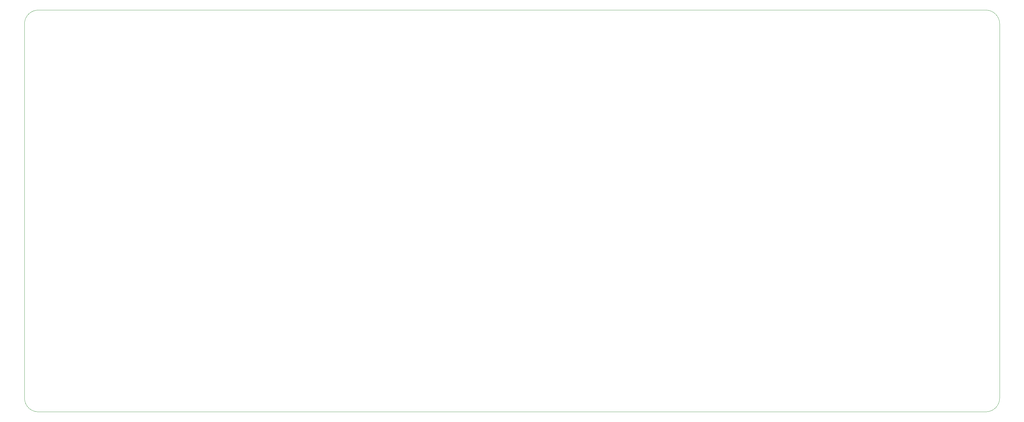
<source format=gbr>
G04 #@! TF.GenerationSoftware,KiCad,Pcbnew,(5.1.5-0-10_14)*
G04 #@! TF.CreationDate,2021-07-25T00:48:49+01:00*
G04 #@! TF.ProjectId,roscbus04,726f7363-6275-4733-9034-2e6b69636164,rev?*
G04 #@! TF.SameCoordinates,Original*
G04 #@! TF.FileFunction,Profile,NP*
%FSLAX46Y46*%
G04 Gerber Fmt 4.6, Leading zero omitted, Abs format (unit mm)*
G04 Created by KiCad (PCBNEW (5.1.5-0-10_14)) date 2021-07-25 00:48:49*
%MOMM*%
%LPD*%
G04 APERTURE LIST*
%ADD10C,0.050000*%
G04 APERTURE END LIST*
D10*
X9000000Y-150000000D02*
X9000000Y-42000000D01*
X286000000Y-154000000D02*
X13000000Y-154000000D01*
X290000000Y-42000000D02*
X290000000Y-150000000D01*
X13000000Y-38000000D02*
X286000000Y-38000000D01*
X286000000Y-38000000D02*
G75*
G02X290000000Y-42000000I0J-4000000D01*
G01*
X290000000Y-150000000D02*
G75*
G02X286000000Y-154000000I-4000000J0D01*
G01*
X13000000Y-154000000D02*
G75*
G02X9000000Y-150000000I0J4000000D01*
G01*
X9000000Y-42000000D02*
G75*
G02X13000000Y-38000000I4000000J0D01*
G01*
M02*

</source>
